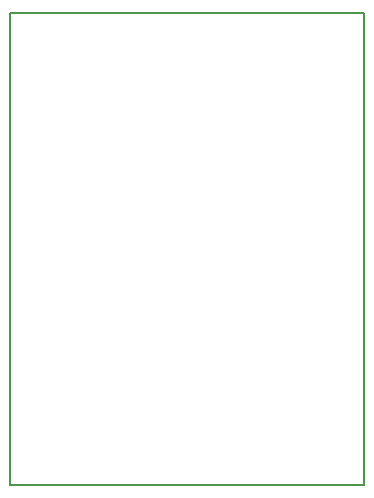
<source format=gbr>
G04 #@! TF.GenerationSoftware,KiCad,Pcbnew,7.0.8-7.0.8~ubuntu22.04.1*
G04 #@! TF.CreationDate,2024-07-29T11:47:05+09:00*
G04 #@! TF.ProjectId,FreqCounter3203,46726571-436f-4756-9e74-657233323033,rev?*
G04 #@! TF.SameCoordinates,Original*
G04 #@! TF.FileFunction,Profile,NP*
%FSLAX46Y46*%
G04 Gerber Fmt 4.6, Leading zero omitted, Abs format (unit mm)*
G04 Created by KiCad (PCBNEW 7.0.8-7.0.8~ubuntu22.04.1) date 2024-07-29 11:47:05*
%MOMM*%
%LPD*%
G01*
G04 APERTURE LIST*
G04 #@! TA.AperFunction,Profile*
%ADD10C,0.200000*%
G04 #@! TD*
G04 APERTURE END LIST*
D10*
X158085600Y-77244800D02*
X128085600Y-77244800D01*
X158085600Y-37244800D02*
X158085600Y-77244800D01*
X128085600Y-77244800D02*
X128085600Y-37244800D01*
X128085600Y-37244800D02*
X158085600Y-37244800D01*
M02*

</source>
